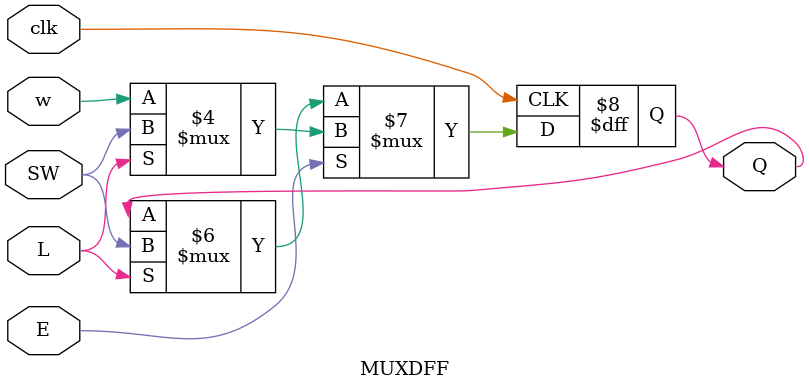
<source format=v>
module top_module (
    input [3:0] SW,
    input [3:0] KEY,
    output [3:0] LEDR
); //

    MUXDFF m1 (KEY[0], KEY[1], KEY[2], KEY[3], SW[3], LEDR[3]);
    MUXDFF m2 (KEY[0], KEY[1], KEY[2], LEDR[3], SW[2], LEDR[2]);
    MUXDFF m3 (KEY[0], KEY[1], KEY[2], LEDR[2], SW[1], LEDR[1]);
    MUXDFF m4 (KEY[0], KEY[1], KEY[2], LEDR[1], SW[0], LEDR[0]);
    
endmodule

module MUXDFF (
    input clk, E, L, w, SW,
    output Q
);
    
    always @(posedge clk) begin
        Q <= (E == 1) ? ((L == 1) ? SW : w) : ((L == 1) ? SW : Q);
    end

endmodule

</source>
